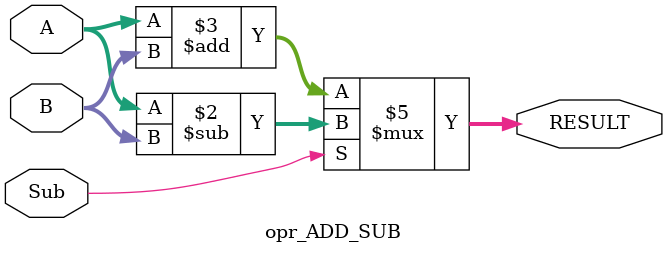
<source format=v>
module opr_ADD_SUB(
	input 	[7:0] A, B,
	input	Sub,
	output	reg	[7:0] RESULT
);

	always @ (Sub, A, B)
	begin
		if(Sub)	RESULT = A - B;
		else	RESULT = A + B;
	end
	
endmodule

</source>
